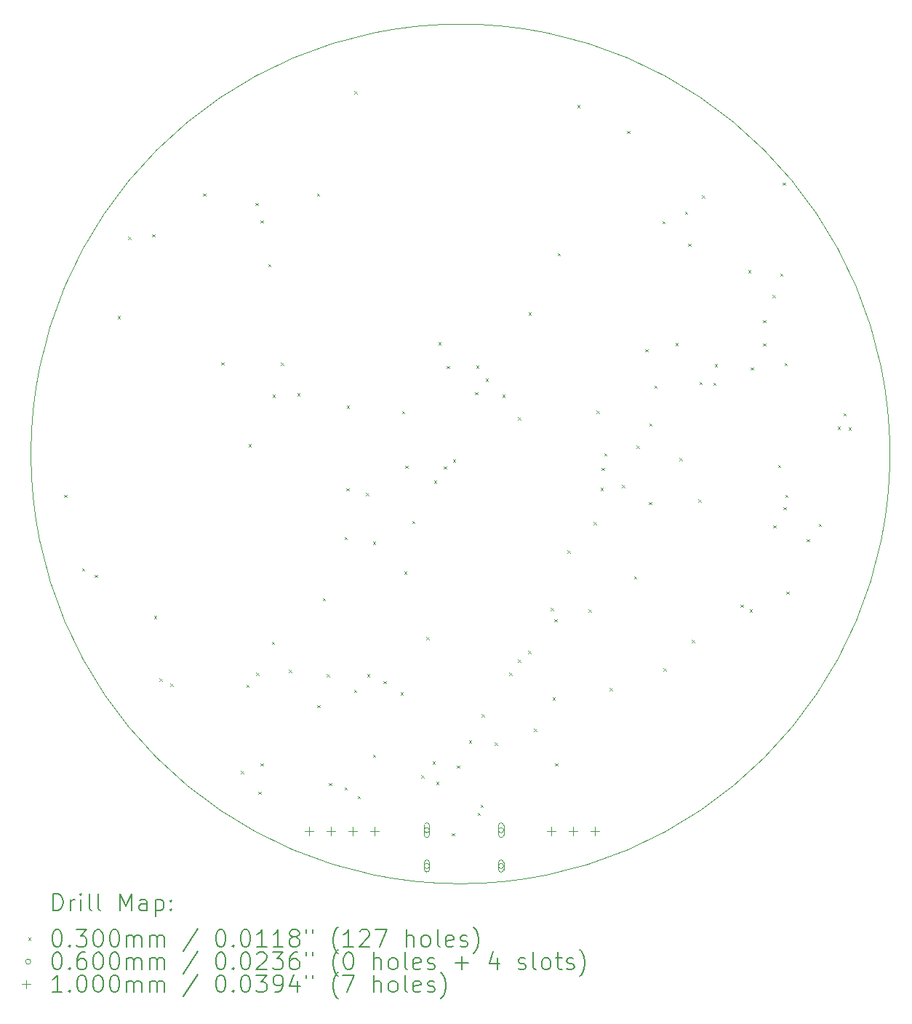
<source format=gbr>
%TF.GenerationSoftware,KiCad,Pcbnew,8.0.2*%
%TF.CreationDate,2025-04-19T12:26:09+02:00*%
%TF.ProjectId,WRadioLogo,57526164-696f-44c6-9f67-6f2e6b696361,rev?*%
%TF.SameCoordinates,Original*%
%TF.FileFunction,Drillmap*%
%TF.FilePolarity,Positive*%
%FSLAX45Y45*%
G04 Gerber Fmt 4.5, Leading zero omitted, Abs format (unit mm)*
G04 Created by KiCad (PCBNEW 8.0.2) date 2025-04-19 12:26:09*
%MOMM*%
%LPD*%
G01*
G04 APERTURE LIST*
%ADD10C,0.050000*%
%ADD11C,0.200000*%
%ADD12C,0.100000*%
G04 APERTURE END LIST*
D10*
X18563600Y-10002500D02*
G75*
G02*
X8563600Y-10002500I-5000000J0D01*
G01*
X8563600Y-10002500D02*
G75*
G02*
X18563600Y-10002500I5000000J0D01*
G01*
D11*
D12*
X8952130Y-10475200D02*
X8982130Y-10505200D01*
X8982130Y-10475200D02*
X8952130Y-10505200D01*
X9156760Y-11330260D02*
X9186760Y-11360260D01*
X9186760Y-11330260D02*
X9156760Y-11360260D01*
X9304370Y-11406780D02*
X9334370Y-11436780D01*
X9334370Y-11406780D02*
X9304370Y-11436780D01*
X9573600Y-8398740D02*
X9603600Y-8428740D01*
X9603600Y-8398740D02*
X9573600Y-8428740D01*
X9695000Y-7475000D02*
X9725000Y-7505000D01*
X9725000Y-7475000D02*
X9695000Y-7505000D01*
X9975000Y-7445000D02*
X10005000Y-7475000D01*
X10005000Y-7445000D02*
X9975000Y-7475000D01*
X9996395Y-11888695D02*
X10026395Y-11918695D01*
X10026395Y-11888695D02*
X9996395Y-11918695D01*
X10057710Y-12615950D02*
X10087710Y-12645950D01*
X10087710Y-12615950D02*
X10057710Y-12645950D01*
X10186280Y-12675480D02*
X10216280Y-12705480D01*
X10216280Y-12675480D02*
X10186280Y-12705480D01*
X10567030Y-6971980D02*
X10597030Y-7001980D01*
X10597030Y-6971980D02*
X10567030Y-7001980D01*
X10779160Y-8937310D02*
X10809160Y-8967310D01*
X10809160Y-8937310D02*
X10779160Y-8967310D01*
X11008600Y-13688300D02*
X11038600Y-13718300D01*
X11038600Y-13688300D02*
X11008600Y-13718300D01*
X11072030Y-12685250D02*
X11102030Y-12715250D01*
X11102030Y-12685250D02*
X11072030Y-12715250D01*
X11095090Y-9887560D02*
X11125090Y-9917560D01*
X11125090Y-9887560D02*
X11095090Y-9917560D01*
X11174840Y-7082600D02*
X11204840Y-7112600D01*
X11204840Y-7082600D02*
X11174840Y-7112600D01*
X11185000Y-12545000D02*
X11215000Y-12575000D01*
X11215000Y-12545000D02*
X11185000Y-12575000D01*
X11211800Y-13929600D02*
X11241800Y-13959600D01*
X11241800Y-13929600D02*
X11211800Y-13959600D01*
X11236140Y-7283410D02*
X11266140Y-7313410D01*
X11266140Y-7283410D02*
X11236140Y-7313410D01*
X11237200Y-13599400D02*
X11267200Y-13629400D01*
X11267200Y-13599400D02*
X11237200Y-13629400D01*
X11326110Y-7791770D02*
X11356110Y-7821770D01*
X11356110Y-7791770D02*
X11326110Y-7821770D01*
X11367460Y-12186030D02*
X11397460Y-12216030D01*
X11397460Y-12186030D02*
X11367460Y-12216030D01*
X11375000Y-9315000D02*
X11405000Y-9345000D01*
X11405000Y-9315000D02*
X11375000Y-9345000D01*
X11472430Y-8941090D02*
X11502430Y-8971090D01*
X11502430Y-8941090D02*
X11472430Y-8971090D01*
X11565000Y-12515000D02*
X11595000Y-12545000D01*
X11595000Y-12515000D02*
X11565000Y-12545000D01*
X11665000Y-9295000D02*
X11695000Y-9325000D01*
X11695000Y-9295000D02*
X11665000Y-9325000D01*
X11892300Y-6971980D02*
X11922300Y-7001980D01*
X11922300Y-6971980D02*
X11892300Y-7001980D01*
X11897600Y-12923770D02*
X11927600Y-12953770D01*
X11927600Y-12923770D02*
X11897600Y-12953770D01*
X11960970Y-11680410D02*
X11990970Y-11710410D01*
X11990970Y-11680410D02*
X11960970Y-11710410D01*
X12005000Y-12565000D02*
X12035000Y-12595000D01*
X12035000Y-12565000D02*
X12005000Y-12595000D01*
X12030050Y-13827900D02*
X12060050Y-13857900D01*
X12060050Y-13827900D02*
X12030050Y-13857900D01*
X12215100Y-13878800D02*
X12245100Y-13908800D01*
X12245100Y-13878800D02*
X12215100Y-13908800D01*
X12215230Y-10968310D02*
X12245230Y-10998310D01*
X12245230Y-10968310D02*
X12215230Y-10998310D01*
X12234540Y-10402480D02*
X12264540Y-10432480D01*
X12264540Y-10402480D02*
X12234540Y-10432480D01*
X12240600Y-9441370D02*
X12270600Y-9471370D01*
X12270600Y-9441370D02*
X12240600Y-9471370D01*
X12325900Y-12745420D02*
X12355900Y-12775420D01*
X12355900Y-12745420D02*
X12325900Y-12775420D01*
X12329400Y-5783980D02*
X12359400Y-5813980D01*
X12359400Y-5783980D02*
X12329400Y-5813980D01*
X12367500Y-13980400D02*
X12397500Y-14010400D01*
X12397500Y-13980400D02*
X12367500Y-14010400D01*
X12463640Y-10456650D02*
X12493640Y-10486650D01*
X12493640Y-10456650D02*
X12463640Y-10486650D01*
X12475000Y-12565000D02*
X12505000Y-12595000D01*
X12505000Y-12565000D02*
X12475000Y-12595000D01*
X12545300Y-13497800D02*
X12575300Y-13527800D01*
X12575300Y-13497800D02*
X12545300Y-13527800D01*
X12545890Y-11021040D02*
X12575890Y-11051040D01*
X12575890Y-11021040D02*
X12545890Y-11051040D01*
X12665000Y-12645000D02*
X12695000Y-12675000D01*
X12695000Y-12645000D02*
X12665000Y-12675000D01*
X12865000Y-12775000D02*
X12895000Y-12805000D01*
X12895000Y-12775000D02*
X12865000Y-12805000D01*
X12884550Y-9501540D02*
X12914550Y-9531540D01*
X12914550Y-9501540D02*
X12884550Y-9531540D01*
X12908230Y-11368220D02*
X12938230Y-11398220D01*
X12938230Y-11368220D02*
X12908230Y-11398220D01*
X12920990Y-10139400D02*
X12950990Y-10169400D01*
X12950990Y-10139400D02*
X12920990Y-10169400D01*
X13003070Y-10779920D02*
X13033070Y-10809920D01*
X13033070Y-10779920D02*
X13003070Y-10809920D01*
X13106640Y-13739930D02*
X13136640Y-13769930D01*
X13136640Y-13739930D02*
X13106640Y-13769930D01*
X13164860Y-12130730D02*
X13194860Y-12160730D01*
X13194860Y-12130730D02*
X13164860Y-12160730D01*
X13237450Y-13580350D02*
X13267450Y-13610350D01*
X13267450Y-13580350D02*
X13237450Y-13610350D01*
X13256500Y-10310100D02*
X13286500Y-10340100D01*
X13286500Y-10310100D02*
X13256500Y-10340100D01*
X13281900Y-13815300D02*
X13311900Y-13845300D01*
X13311900Y-13815300D02*
X13281900Y-13845300D01*
X13305000Y-8705000D02*
X13335000Y-8735000D01*
X13335000Y-8705000D02*
X13305000Y-8735000D01*
X13370800Y-10145000D02*
X13400800Y-10175000D01*
X13400800Y-10145000D02*
X13370800Y-10175000D01*
X13403450Y-8977060D02*
X13433450Y-9007060D01*
X13433450Y-8977060D02*
X13403450Y-9007060D01*
X13464500Y-14414220D02*
X13494500Y-14444220D01*
X13494500Y-14414220D02*
X13464500Y-14444220D01*
X13475000Y-10065000D02*
X13505000Y-10095000D01*
X13505000Y-10065000D02*
X13475000Y-10095000D01*
X13523200Y-13624800D02*
X13553200Y-13654800D01*
X13553200Y-13624800D02*
X13523200Y-13654800D01*
X13662900Y-13332700D02*
X13692900Y-13362700D01*
X13692900Y-13332700D02*
X13662900Y-13362700D01*
X13735000Y-9285000D02*
X13765000Y-9315000D01*
X13765000Y-9285000D02*
X13735000Y-9315000D01*
X13748080Y-8975390D02*
X13778080Y-9005390D01*
X13778080Y-8975390D02*
X13748080Y-9005390D01*
X13764500Y-14178580D02*
X13794500Y-14208580D01*
X13794500Y-14178580D02*
X13764500Y-14208580D01*
X13795600Y-14082000D02*
X13825600Y-14112000D01*
X13825600Y-14082000D02*
X13795600Y-14112000D01*
X13811600Y-13029120D02*
X13841600Y-13059120D01*
X13841600Y-13029120D02*
X13811600Y-13059120D01*
X13855000Y-9125000D02*
X13885000Y-9155000D01*
X13885000Y-9125000D02*
X13855000Y-9155000D01*
X13963706Y-13358047D02*
X13993706Y-13388047D01*
X13993706Y-13358047D02*
X13963706Y-13388047D01*
X14050700Y-9310730D02*
X14080700Y-9340730D01*
X14080700Y-9310730D02*
X14050700Y-9340730D01*
X14132670Y-12545000D02*
X14162670Y-12575000D01*
X14162670Y-12545000D02*
X14132670Y-12575000D01*
X14234400Y-9573500D02*
X14264400Y-9603500D01*
X14264400Y-9573500D02*
X14234400Y-9603500D01*
X14235000Y-12395000D02*
X14265000Y-12425000D01*
X14265000Y-12395000D02*
X14235000Y-12425000D01*
X14350570Y-12294660D02*
X14380570Y-12324660D01*
X14380570Y-12294660D02*
X14350570Y-12324660D01*
X14355000Y-8355000D02*
X14385000Y-8385000D01*
X14385000Y-8355000D02*
X14355000Y-8385000D01*
X14417809Y-13198842D02*
X14447809Y-13228842D01*
X14447809Y-13198842D02*
X14417809Y-13228842D01*
X14612910Y-11793220D02*
X14642910Y-11823220D01*
X14642910Y-11793220D02*
X14612910Y-11823220D01*
X14635000Y-12835000D02*
X14665000Y-12865000D01*
X14665000Y-12835000D02*
X14635000Y-12865000D01*
X14655000Y-11925000D02*
X14685000Y-11955000D01*
X14685000Y-11925000D02*
X14655000Y-11955000D01*
X14666200Y-13599400D02*
X14696200Y-13629400D01*
X14696200Y-13599400D02*
X14666200Y-13629400D01*
X14695000Y-7665000D02*
X14725000Y-7695000D01*
X14725000Y-7665000D02*
X14695000Y-7695000D01*
X14807280Y-11126390D02*
X14837280Y-11156390D01*
X14837280Y-11126390D02*
X14807280Y-11156390D01*
X14925000Y-5945000D02*
X14955000Y-5975000D01*
X14955000Y-5945000D02*
X14925000Y-5975000D01*
X15052800Y-11808320D02*
X15082800Y-11838320D01*
X15082800Y-11808320D02*
X15052800Y-11838320D01*
X15113620Y-10796310D02*
X15143620Y-10826310D01*
X15143620Y-10796310D02*
X15113620Y-10826310D01*
X15148800Y-9497300D02*
X15178800Y-9527300D01*
X15178800Y-9497300D02*
X15148800Y-9527300D01*
X15195000Y-10395000D02*
X15225000Y-10425000D01*
X15225000Y-10395000D02*
X15195000Y-10425000D01*
X15205000Y-10165000D02*
X15235000Y-10195000D01*
X15235000Y-10165000D02*
X15205000Y-10195000D01*
X15235000Y-9995000D02*
X15265000Y-10025000D01*
X15265000Y-9995000D02*
X15235000Y-10025000D01*
X15301200Y-12723100D02*
X15331200Y-12753100D01*
X15331200Y-12723100D02*
X15301200Y-12753100D01*
X15444600Y-10360800D02*
X15474600Y-10390800D01*
X15474600Y-10360800D02*
X15444600Y-10390800D01*
X15505000Y-6245000D02*
X15535000Y-6275000D01*
X15535000Y-6245000D02*
X15505000Y-6275000D01*
X15585000Y-11425000D02*
X15615000Y-11455000D01*
X15615000Y-11425000D02*
X15585000Y-11455000D01*
X15615000Y-9905000D02*
X15645000Y-9935000D01*
X15645000Y-9905000D02*
X15615000Y-9935000D01*
X15715000Y-8785000D02*
X15745000Y-8815000D01*
X15745000Y-8785000D02*
X15715000Y-8815000D01*
X15758400Y-10562620D02*
X15788400Y-10592620D01*
X15788400Y-10562620D02*
X15758400Y-10592620D01*
X15760350Y-9645780D02*
X15790350Y-9675780D01*
X15790350Y-9645780D02*
X15760350Y-9675780D01*
X15819970Y-9205200D02*
X15849970Y-9235200D01*
X15849970Y-9205200D02*
X15819970Y-9235200D01*
X15915000Y-7295000D02*
X15945000Y-7325000D01*
X15945000Y-7295000D02*
X15915000Y-7325000D01*
X15925000Y-12495000D02*
X15955000Y-12525000D01*
X15955000Y-12495000D02*
X15925000Y-12525000D01*
X16066900Y-8713600D02*
X16096900Y-8743600D01*
X16096900Y-8713600D02*
X16066900Y-8743600D01*
X16114780Y-10049260D02*
X16144780Y-10079260D01*
X16144780Y-10049260D02*
X16114780Y-10079260D01*
X16175000Y-7185000D02*
X16205000Y-7215000D01*
X16205000Y-7185000D02*
X16175000Y-7215000D01*
X16215600Y-7554200D02*
X16245600Y-7584200D01*
X16245600Y-7554200D02*
X16215600Y-7584200D01*
X16255000Y-12165000D02*
X16285000Y-12195000D01*
X16285000Y-12165000D02*
X16255000Y-12195000D01*
X16334720Y-10530640D02*
X16364720Y-10560640D01*
X16364720Y-10530640D02*
X16334720Y-10560640D01*
X16345000Y-9165000D02*
X16375000Y-9195000D01*
X16375000Y-9165000D02*
X16345000Y-9195000D01*
X16375000Y-6995000D02*
X16405000Y-7025000D01*
X16405000Y-6995000D02*
X16375000Y-7025000D01*
X16505000Y-9175000D02*
X16535000Y-9205000D01*
X16535000Y-9175000D02*
X16505000Y-9205000D01*
X16525000Y-8955000D02*
X16555000Y-8985000D01*
X16555000Y-8955000D02*
X16525000Y-8985000D01*
X16825000Y-11755000D02*
X16855000Y-11785000D01*
X16855000Y-11755000D02*
X16825000Y-11785000D01*
X16915000Y-7865000D02*
X16945000Y-7895000D01*
X16945000Y-7865000D02*
X16915000Y-7895000D01*
X16928930Y-11808830D02*
X16958930Y-11838830D01*
X16958930Y-11808830D02*
X16928930Y-11838830D01*
X16945000Y-8995000D02*
X16975000Y-9025000D01*
X16975000Y-8995000D02*
X16945000Y-9025000D01*
X17085000Y-8445000D02*
X17115000Y-8475000D01*
X17115000Y-8445000D02*
X17085000Y-8475000D01*
X17085000Y-8715000D02*
X17115000Y-8745000D01*
X17115000Y-8715000D02*
X17085000Y-8745000D01*
X17195000Y-8155000D02*
X17225000Y-8185000D01*
X17225000Y-8155000D02*
X17195000Y-8185000D01*
X17206200Y-10830800D02*
X17236200Y-10860800D01*
X17236200Y-10830800D02*
X17206200Y-10860800D01*
X17261714Y-10131633D02*
X17291714Y-10161633D01*
X17291714Y-10131633D02*
X17261714Y-10161633D01*
X17285000Y-7905000D02*
X17315000Y-7935000D01*
X17315000Y-7905000D02*
X17285000Y-7935000D01*
X17315000Y-6844792D02*
X17345000Y-6874792D01*
X17345000Y-6844792D02*
X17315000Y-6874792D01*
X17322382Y-10620659D02*
X17352382Y-10650659D01*
X17352382Y-10620659D02*
X17322382Y-10650659D01*
X17336200Y-8945290D02*
X17366200Y-8975290D01*
X17366200Y-8945290D02*
X17336200Y-8975290D01*
X17343340Y-10478640D02*
X17373340Y-10508640D01*
X17373340Y-10478640D02*
X17343340Y-10508640D01*
X17356890Y-11603450D02*
X17386890Y-11633450D01*
X17386890Y-11603450D02*
X17356890Y-11633450D01*
X17595000Y-10995000D02*
X17625000Y-11025000D01*
X17625000Y-10995000D02*
X17595000Y-11025000D01*
X17735000Y-10815000D02*
X17765000Y-10845000D01*
X17765000Y-10815000D02*
X17735000Y-10845000D01*
X17954095Y-9686395D02*
X17984095Y-9716395D01*
X17984095Y-9686395D02*
X17954095Y-9716395D01*
X18021448Y-9530043D02*
X18051448Y-9560043D01*
X18051448Y-9530043D02*
X18021448Y-9560043D01*
X18083460Y-9694380D02*
X18113460Y-9724380D01*
X18113460Y-9694380D02*
X18083460Y-9724380D01*
X13202000Y-14379650D02*
G75*
G02*
X13142000Y-14379650I-30000J0D01*
G01*
X13142000Y-14379650D02*
G75*
G02*
X13202000Y-14379650I30000J0D01*
G01*
X13142000Y-14324650D02*
X13142000Y-14434650D01*
X13202000Y-14434650D02*
G75*
G02*
X13142000Y-14434650I-30000J0D01*
G01*
X13202000Y-14434650D02*
X13202000Y-14324650D01*
X13202000Y-14324650D02*
G75*
G03*
X13142000Y-14324650I-30000J0D01*
G01*
X13202000Y-14796650D02*
G75*
G02*
X13142000Y-14796650I-30000J0D01*
G01*
X13142000Y-14796650D02*
G75*
G02*
X13202000Y-14796650I30000J0D01*
G01*
X13142000Y-14756650D02*
X13142000Y-14836650D01*
X13202000Y-14836650D02*
G75*
G02*
X13142000Y-14836650I-30000J0D01*
G01*
X13202000Y-14836650D02*
X13202000Y-14756650D01*
X13202000Y-14756650D02*
G75*
G03*
X13142000Y-14756650I-30000J0D01*
G01*
X14067000Y-14379650D02*
G75*
G02*
X14007000Y-14379650I-30000J0D01*
G01*
X14007000Y-14379650D02*
G75*
G02*
X14067000Y-14379650I30000J0D01*
G01*
X14007000Y-14324650D02*
X14007000Y-14434650D01*
X14067000Y-14434650D02*
G75*
G02*
X14007000Y-14434650I-30000J0D01*
G01*
X14067000Y-14434650D02*
X14067000Y-14324650D01*
X14067000Y-14324650D02*
G75*
G03*
X14007000Y-14324650I-30000J0D01*
G01*
X14067000Y-14796650D02*
G75*
G02*
X14007000Y-14796650I-30000J0D01*
G01*
X14007000Y-14796650D02*
G75*
G02*
X14067000Y-14796650I30000J0D01*
G01*
X14007000Y-14756650D02*
X14007000Y-14836650D01*
X14067000Y-14836650D02*
G75*
G02*
X14007000Y-14836650I-30000J0D01*
G01*
X14067000Y-14836650D02*
X14067000Y-14756650D01*
X14067000Y-14756650D02*
G75*
G03*
X14007000Y-14756650I-30000J0D01*
G01*
X11799300Y-14339100D02*
X11799300Y-14439100D01*
X11749300Y-14389100D02*
X11849300Y-14389100D01*
X12053300Y-14339100D02*
X12053300Y-14439100D01*
X12003300Y-14389100D02*
X12103300Y-14389100D01*
X12307300Y-14339100D02*
X12307300Y-14439100D01*
X12257300Y-14389100D02*
X12357300Y-14389100D01*
X12561300Y-14339100D02*
X12561300Y-14439100D01*
X12511300Y-14389100D02*
X12611300Y-14389100D01*
X14617700Y-14339100D02*
X14617700Y-14439100D01*
X14567700Y-14389100D02*
X14667700Y-14389100D01*
X14871700Y-14339100D02*
X14871700Y-14439100D01*
X14821700Y-14389100D02*
X14921700Y-14389100D01*
X15125700Y-14339100D02*
X15125700Y-14439100D01*
X15075700Y-14389100D02*
X15175700Y-14389100D01*
D11*
X8821877Y-15316484D02*
X8821877Y-15116484D01*
X8821877Y-15116484D02*
X8869496Y-15116484D01*
X8869496Y-15116484D02*
X8898067Y-15126008D01*
X8898067Y-15126008D02*
X8917115Y-15145055D01*
X8917115Y-15145055D02*
X8926639Y-15164103D01*
X8926639Y-15164103D02*
X8936163Y-15202198D01*
X8936163Y-15202198D02*
X8936163Y-15230769D01*
X8936163Y-15230769D02*
X8926639Y-15268865D01*
X8926639Y-15268865D02*
X8917115Y-15287912D01*
X8917115Y-15287912D02*
X8898067Y-15306960D01*
X8898067Y-15306960D02*
X8869496Y-15316484D01*
X8869496Y-15316484D02*
X8821877Y-15316484D01*
X9021877Y-15316484D02*
X9021877Y-15183150D01*
X9021877Y-15221246D02*
X9031401Y-15202198D01*
X9031401Y-15202198D02*
X9040924Y-15192674D01*
X9040924Y-15192674D02*
X9059972Y-15183150D01*
X9059972Y-15183150D02*
X9079020Y-15183150D01*
X9145686Y-15316484D02*
X9145686Y-15183150D01*
X9145686Y-15116484D02*
X9136163Y-15126008D01*
X9136163Y-15126008D02*
X9145686Y-15135531D01*
X9145686Y-15135531D02*
X9155210Y-15126008D01*
X9155210Y-15126008D02*
X9145686Y-15116484D01*
X9145686Y-15116484D02*
X9145686Y-15135531D01*
X9269496Y-15316484D02*
X9250448Y-15306960D01*
X9250448Y-15306960D02*
X9240924Y-15287912D01*
X9240924Y-15287912D02*
X9240924Y-15116484D01*
X9374258Y-15316484D02*
X9355210Y-15306960D01*
X9355210Y-15306960D02*
X9345686Y-15287912D01*
X9345686Y-15287912D02*
X9345686Y-15116484D01*
X9602829Y-15316484D02*
X9602829Y-15116484D01*
X9602829Y-15116484D02*
X9669496Y-15259341D01*
X9669496Y-15259341D02*
X9736163Y-15116484D01*
X9736163Y-15116484D02*
X9736163Y-15316484D01*
X9917115Y-15316484D02*
X9917115Y-15211722D01*
X9917115Y-15211722D02*
X9907591Y-15192674D01*
X9907591Y-15192674D02*
X9888544Y-15183150D01*
X9888544Y-15183150D02*
X9850448Y-15183150D01*
X9850448Y-15183150D02*
X9831401Y-15192674D01*
X9917115Y-15306960D02*
X9898067Y-15316484D01*
X9898067Y-15316484D02*
X9850448Y-15316484D01*
X9850448Y-15316484D02*
X9831401Y-15306960D01*
X9831401Y-15306960D02*
X9821877Y-15287912D01*
X9821877Y-15287912D02*
X9821877Y-15268865D01*
X9821877Y-15268865D02*
X9831401Y-15249817D01*
X9831401Y-15249817D02*
X9850448Y-15240293D01*
X9850448Y-15240293D02*
X9898067Y-15240293D01*
X9898067Y-15240293D02*
X9917115Y-15230769D01*
X10012353Y-15183150D02*
X10012353Y-15383150D01*
X10012353Y-15192674D02*
X10031401Y-15183150D01*
X10031401Y-15183150D02*
X10069496Y-15183150D01*
X10069496Y-15183150D02*
X10088544Y-15192674D01*
X10088544Y-15192674D02*
X10098067Y-15202198D01*
X10098067Y-15202198D02*
X10107591Y-15221246D01*
X10107591Y-15221246D02*
X10107591Y-15278388D01*
X10107591Y-15278388D02*
X10098067Y-15297436D01*
X10098067Y-15297436D02*
X10088544Y-15306960D01*
X10088544Y-15306960D02*
X10069496Y-15316484D01*
X10069496Y-15316484D02*
X10031401Y-15316484D01*
X10031401Y-15316484D02*
X10012353Y-15306960D01*
X10193305Y-15297436D02*
X10202829Y-15306960D01*
X10202829Y-15306960D02*
X10193305Y-15316484D01*
X10193305Y-15316484D02*
X10183782Y-15306960D01*
X10183782Y-15306960D02*
X10193305Y-15297436D01*
X10193305Y-15297436D02*
X10193305Y-15316484D01*
X10193305Y-15192674D02*
X10202829Y-15202198D01*
X10202829Y-15202198D02*
X10193305Y-15211722D01*
X10193305Y-15211722D02*
X10183782Y-15202198D01*
X10183782Y-15202198D02*
X10193305Y-15192674D01*
X10193305Y-15192674D02*
X10193305Y-15211722D01*
D12*
X8531100Y-15630000D02*
X8561100Y-15660000D01*
X8561100Y-15630000D02*
X8531100Y-15660000D01*
D11*
X8859972Y-15536484D02*
X8879020Y-15536484D01*
X8879020Y-15536484D02*
X8898067Y-15546008D01*
X8898067Y-15546008D02*
X8907591Y-15555531D01*
X8907591Y-15555531D02*
X8917115Y-15574579D01*
X8917115Y-15574579D02*
X8926639Y-15612674D01*
X8926639Y-15612674D02*
X8926639Y-15660293D01*
X8926639Y-15660293D02*
X8917115Y-15698388D01*
X8917115Y-15698388D02*
X8907591Y-15717436D01*
X8907591Y-15717436D02*
X8898067Y-15726960D01*
X8898067Y-15726960D02*
X8879020Y-15736484D01*
X8879020Y-15736484D02*
X8859972Y-15736484D01*
X8859972Y-15736484D02*
X8840924Y-15726960D01*
X8840924Y-15726960D02*
X8831401Y-15717436D01*
X8831401Y-15717436D02*
X8821877Y-15698388D01*
X8821877Y-15698388D02*
X8812353Y-15660293D01*
X8812353Y-15660293D02*
X8812353Y-15612674D01*
X8812353Y-15612674D02*
X8821877Y-15574579D01*
X8821877Y-15574579D02*
X8831401Y-15555531D01*
X8831401Y-15555531D02*
X8840924Y-15546008D01*
X8840924Y-15546008D02*
X8859972Y-15536484D01*
X9012353Y-15717436D02*
X9021877Y-15726960D01*
X9021877Y-15726960D02*
X9012353Y-15736484D01*
X9012353Y-15736484D02*
X9002829Y-15726960D01*
X9002829Y-15726960D02*
X9012353Y-15717436D01*
X9012353Y-15717436D02*
X9012353Y-15736484D01*
X9088544Y-15536484D02*
X9212353Y-15536484D01*
X9212353Y-15536484D02*
X9145686Y-15612674D01*
X9145686Y-15612674D02*
X9174258Y-15612674D01*
X9174258Y-15612674D02*
X9193305Y-15622198D01*
X9193305Y-15622198D02*
X9202829Y-15631722D01*
X9202829Y-15631722D02*
X9212353Y-15650769D01*
X9212353Y-15650769D02*
X9212353Y-15698388D01*
X9212353Y-15698388D02*
X9202829Y-15717436D01*
X9202829Y-15717436D02*
X9193305Y-15726960D01*
X9193305Y-15726960D02*
X9174258Y-15736484D01*
X9174258Y-15736484D02*
X9117115Y-15736484D01*
X9117115Y-15736484D02*
X9098067Y-15726960D01*
X9098067Y-15726960D02*
X9088544Y-15717436D01*
X9336163Y-15536484D02*
X9355210Y-15536484D01*
X9355210Y-15536484D02*
X9374258Y-15546008D01*
X9374258Y-15546008D02*
X9383782Y-15555531D01*
X9383782Y-15555531D02*
X9393305Y-15574579D01*
X9393305Y-15574579D02*
X9402829Y-15612674D01*
X9402829Y-15612674D02*
X9402829Y-15660293D01*
X9402829Y-15660293D02*
X9393305Y-15698388D01*
X9393305Y-15698388D02*
X9383782Y-15717436D01*
X9383782Y-15717436D02*
X9374258Y-15726960D01*
X9374258Y-15726960D02*
X9355210Y-15736484D01*
X9355210Y-15736484D02*
X9336163Y-15736484D01*
X9336163Y-15736484D02*
X9317115Y-15726960D01*
X9317115Y-15726960D02*
X9307591Y-15717436D01*
X9307591Y-15717436D02*
X9298067Y-15698388D01*
X9298067Y-15698388D02*
X9288544Y-15660293D01*
X9288544Y-15660293D02*
X9288544Y-15612674D01*
X9288544Y-15612674D02*
X9298067Y-15574579D01*
X9298067Y-15574579D02*
X9307591Y-15555531D01*
X9307591Y-15555531D02*
X9317115Y-15546008D01*
X9317115Y-15546008D02*
X9336163Y-15536484D01*
X9526639Y-15536484D02*
X9545686Y-15536484D01*
X9545686Y-15536484D02*
X9564734Y-15546008D01*
X9564734Y-15546008D02*
X9574258Y-15555531D01*
X9574258Y-15555531D02*
X9583782Y-15574579D01*
X9583782Y-15574579D02*
X9593305Y-15612674D01*
X9593305Y-15612674D02*
X9593305Y-15660293D01*
X9593305Y-15660293D02*
X9583782Y-15698388D01*
X9583782Y-15698388D02*
X9574258Y-15717436D01*
X9574258Y-15717436D02*
X9564734Y-15726960D01*
X9564734Y-15726960D02*
X9545686Y-15736484D01*
X9545686Y-15736484D02*
X9526639Y-15736484D01*
X9526639Y-15736484D02*
X9507591Y-15726960D01*
X9507591Y-15726960D02*
X9498067Y-15717436D01*
X9498067Y-15717436D02*
X9488544Y-15698388D01*
X9488544Y-15698388D02*
X9479020Y-15660293D01*
X9479020Y-15660293D02*
X9479020Y-15612674D01*
X9479020Y-15612674D02*
X9488544Y-15574579D01*
X9488544Y-15574579D02*
X9498067Y-15555531D01*
X9498067Y-15555531D02*
X9507591Y-15546008D01*
X9507591Y-15546008D02*
X9526639Y-15536484D01*
X9679020Y-15736484D02*
X9679020Y-15603150D01*
X9679020Y-15622198D02*
X9688544Y-15612674D01*
X9688544Y-15612674D02*
X9707591Y-15603150D01*
X9707591Y-15603150D02*
X9736163Y-15603150D01*
X9736163Y-15603150D02*
X9755210Y-15612674D01*
X9755210Y-15612674D02*
X9764734Y-15631722D01*
X9764734Y-15631722D02*
X9764734Y-15736484D01*
X9764734Y-15631722D02*
X9774258Y-15612674D01*
X9774258Y-15612674D02*
X9793305Y-15603150D01*
X9793305Y-15603150D02*
X9821877Y-15603150D01*
X9821877Y-15603150D02*
X9840925Y-15612674D01*
X9840925Y-15612674D02*
X9850448Y-15631722D01*
X9850448Y-15631722D02*
X9850448Y-15736484D01*
X9945686Y-15736484D02*
X9945686Y-15603150D01*
X9945686Y-15622198D02*
X9955210Y-15612674D01*
X9955210Y-15612674D02*
X9974258Y-15603150D01*
X9974258Y-15603150D02*
X10002829Y-15603150D01*
X10002829Y-15603150D02*
X10021877Y-15612674D01*
X10021877Y-15612674D02*
X10031401Y-15631722D01*
X10031401Y-15631722D02*
X10031401Y-15736484D01*
X10031401Y-15631722D02*
X10040925Y-15612674D01*
X10040925Y-15612674D02*
X10059972Y-15603150D01*
X10059972Y-15603150D02*
X10088544Y-15603150D01*
X10088544Y-15603150D02*
X10107591Y-15612674D01*
X10107591Y-15612674D02*
X10117115Y-15631722D01*
X10117115Y-15631722D02*
X10117115Y-15736484D01*
X10507591Y-15526960D02*
X10336163Y-15784103D01*
X10764734Y-15536484D02*
X10783782Y-15536484D01*
X10783782Y-15536484D02*
X10802829Y-15546008D01*
X10802829Y-15546008D02*
X10812353Y-15555531D01*
X10812353Y-15555531D02*
X10821877Y-15574579D01*
X10821877Y-15574579D02*
X10831401Y-15612674D01*
X10831401Y-15612674D02*
X10831401Y-15660293D01*
X10831401Y-15660293D02*
X10821877Y-15698388D01*
X10821877Y-15698388D02*
X10812353Y-15717436D01*
X10812353Y-15717436D02*
X10802829Y-15726960D01*
X10802829Y-15726960D02*
X10783782Y-15736484D01*
X10783782Y-15736484D02*
X10764734Y-15736484D01*
X10764734Y-15736484D02*
X10745687Y-15726960D01*
X10745687Y-15726960D02*
X10736163Y-15717436D01*
X10736163Y-15717436D02*
X10726639Y-15698388D01*
X10726639Y-15698388D02*
X10717115Y-15660293D01*
X10717115Y-15660293D02*
X10717115Y-15612674D01*
X10717115Y-15612674D02*
X10726639Y-15574579D01*
X10726639Y-15574579D02*
X10736163Y-15555531D01*
X10736163Y-15555531D02*
X10745687Y-15546008D01*
X10745687Y-15546008D02*
X10764734Y-15536484D01*
X10917115Y-15717436D02*
X10926639Y-15726960D01*
X10926639Y-15726960D02*
X10917115Y-15736484D01*
X10917115Y-15736484D02*
X10907591Y-15726960D01*
X10907591Y-15726960D02*
X10917115Y-15717436D01*
X10917115Y-15717436D02*
X10917115Y-15736484D01*
X11050448Y-15536484D02*
X11069496Y-15536484D01*
X11069496Y-15536484D02*
X11088544Y-15546008D01*
X11088544Y-15546008D02*
X11098068Y-15555531D01*
X11098068Y-15555531D02*
X11107591Y-15574579D01*
X11107591Y-15574579D02*
X11117115Y-15612674D01*
X11117115Y-15612674D02*
X11117115Y-15660293D01*
X11117115Y-15660293D02*
X11107591Y-15698388D01*
X11107591Y-15698388D02*
X11098068Y-15717436D01*
X11098068Y-15717436D02*
X11088544Y-15726960D01*
X11088544Y-15726960D02*
X11069496Y-15736484D01*
X11069496Y-15736484D02*
X11050448Y-15736484D01*
X11050448Y-15736484D02*
X11031401Y-15726960D01*
X11031401Y-15726960D02*
X11021877Y-15717436D01*
X11021877Y-15717436D02*
X11012353Y-15698388D01*
X11012353Y-15698388D02*
X11002829Y-15660293D01*
X11002829Y-15660293D02*
X11002829Y-15612674D01*
X11002829Y-15612674D02*
X11012353Y-15574579D01*
X11012353Y-15574579D02*
X11021877Y-15555531D01*
X11021877Y-15555531D02*
X11031401Y-15546008D01*
X11031401Y-15546008D02*
X11050448Y-15536484D01*
X11307591Y-15736484D02*
X11193306Y-15736484D01*
X11250448Y-15736484D02*
X11250448Y-15536484D01*
X11250448Y-15536484D02*
X11231401Y-15565055D01*
X11231401Y-15565055D02*
X11212353Y-15584103D01*
X11212353Y-15584103D02*
X11193306Y-15593627D01*
X11498067Y-15736484D02*
X11383782Y-15736484D01*
X11440925Y-15736484D02*
X11440925Y-15536484D01*
X11440925Y-15536484D02*
X11421877Y-15565055D01*
X11421877Y-15565055D02*
X11402829Y-15584103D01*
X11402829Y-15584103D02*
X11383782Y-15593627D01*
X11612353Y-15622198D02*
X11593306Y-15612674D01*
X11593306Y-15612674D02*
X11583782Y-15603150D01*
X11583782Y-15603150D02*
X11574258Y-15584103D01*
X11574258Y-15584103D02*
X11574258Y-15574579D01*
X11574258Y-15574579D02*
X11583782Y-15555531D01*
X11583782Y-15555531D02*
X11593306Y-15546008D01*
X11593306Y-15546008D02*
X11612353Y-15536484D01*
X11612353Y-15536484D02*
X11650448Y-15536484D01*
X11650448Y-15536484D02*
X11669496Y-15546008D01*
X11669496Y-15546008D02*
X11679020Y-15555531D01*
X11679020Y-15555531D02*
X11688544Y-15574579D01*
X11688544Y-15574579D02*
X11688544Y-15584103D01*
X11688544Y-15584103D02*
X11679020Y-15603150D01*
X11679020Y-15603150D02*
X11669496Y-15612674D01*
X11669496Y-15612674D02*
X11650448Y-15622198D01*
X11650448Y-15622198D02*
X11612353Y-15622198D01*
X11612353Y-15622198D02*
X11593306Y-15631722D01*
X11593306Y-15631722D02*
X11583782Y-15641246D01*
X11583782Y-15641246D02*
X11574258Y-15660293D01*
X11574258Y-15660293D02*
X11574258Y-15698388D01*
X11574258Y-15698388D02*
X11583782Y-15717436D01*
X11583782Y-15717436D02*
X11593306Y-15726960D01*
X11593306Y-15726960D02*
X11612353Y-15736484D01*
X11612353Y-15736484D02*
X11650448Y-15736484D01*
X11650448Y-15736484D02*
X11669496Y-15726960D01*
X11669496Y-15726960D02*
X11679020Y-15717436D01*
X11679020Y-15717436D02*
X11688544Y-15698388D01*
X11688544Y-15698388D02*
X11688544Y-15660293D01*
X11688544Y-15660293D02*
X11679020Y-15641246D01*
X11679020Y-15641246D02*
X11669496Y-15631722D01*
X11669496Y-15631722D02*
X11650448Y-15622198D01*
X11764734Y-15536484D02*
X11764734Y-15574579D01*
X11840925Y-15536484D02*
X11840925Y-15574579D01*
X12136163Y-15812674D02*
X12126639Y-15803150D01*
X12126639Y-15803150D02*
X12107591Y-15774579D01*
X12107591Y-15774579D02*
X12098068Y-15755531D01*
X12098068Y-15755531D02*
X12088544Y-15726960D01*
X12088544Y-15726960D02*
X12079020Y-15679341D01*
X12079020Y-15679341D02*
X12079020Y-15641246D01*
X12079020Y-15641246D02*
X12088544Y-15593627D01*
X12088544Y-15593627D02*
X12098068Y-15565055D01*
X12098068Y-15565055D02*
X12107591Y-15546008D01*
X12107591Y-15546008D02*
X12126639Y-15517436D01*
X12126639Y-15517436D02*
X12136163Y-15507912D01*
X12317115Y-15736484D02*
X12202829Y-15736484D01*
X12259972Y-15736484D02*
X12259972Y-15536484D01*
X12259972Y-15536484D02*
X12240925Y-15565055D01*
X12240925Y-15565055D02*
X12221877Y-15584103D01*
X12221877Y-15584103D02*
X12202829Y-15593627D01*
X12393306Y-15555531D02*
X12402829Y-15546008D01*
X12402829Y-15546008D02*
X12421877Y-15536484D01*
X12421877Y-15536484D02*
X12469496Y-15536484D01*
X12469496Y-15536484D02*
X12488544Y-15546008D01*
X12488544Y-15546008D02*
X12498068Y-15555531D01*
X12498068Y-15555531D02*
X12507591Y-15574579D01*
X12507591Y-15574579D02*
X12507591Y-15593627D01*
X12507591Y-15593627D02*
X12498068Y-15622198D01*
X12498068Y-15622198D02*
X12383782Y-15736484D01*
X12383782Y-15736484D02*
X12507591Y-15736484D01*
X12574258Y-15536484D02*
X12707591Y-15536484D01*
X12707591Y-15536484D02*
X12621877Y-15736484D01*
X12936163Y-15736484D02*
X12936163Y-15536484D01*
X13021877Y-15736484D02*
X13021877Y-15631722D01*
X13021877Y-15631722D02*
X13012353Y-15612674D01*
X13012353Y-15612674D02*
X12993306Y-15603150D01*
X12993306Y-15603150D02*
X12964734Y-15603150D01*
X12964734Y-15603150D02*
X12945687Y-15612674D01*
X12945687Y-15612674D02*
X12936163Y-15622198D01*
X13145687Y-15736484D02*
X13126639Y-15726960D01*
X13126639Y-15726960D02*
X13117115Y-15717436D01*
X13117115Y-15717436D02*
X13107591Y-15698388D01*
X13107591Y-15698388D02*
X13107591Y-15641246D01*
X13107591Y-15641246D02*
X13117115Y-15622198D01*
X13117115Y-15622198D02*
X13126639Y-15612674D01*
X13126639Y-15612674D02*
X13145687Y-15603150D01*
X13145687Y-15603150D02*
X13174258Y-15603150D01*
X13174258Y-15603150D02*
X13193306Y-15612674D01*
X13193306Y-15612674D02*
X13202830Y-15622198D01*
X13202830Y-15622198D02*
X13212353Y-15641246D01*
X13212353Y-15641246D02*
X13212353Y-15698388D01*
X13212353Y-15698388D02*
X13202830Y-15717436D01*
X13202830Y-15717436D02*
X13193306Y-15726960D01*
X13193306Y-15726960D02*
X13174258Y-15736484D01*
X13174258Y-15736484D02*
X13145687Y-15736484D01*
X13326639Y-15736484D02*
X13307591Y-15726960D01*
X13307591Y-15726960D02*
X13298068Y-15707912D01*
X13298068Y-15707912D02*
X13298068Y-15536484D01*
X13479020Y-15726960D02*
X13459972Y-15736484D01*
X13459972Y-15736484D02*
X13421877Y-15736484D01*
X13421877Y-15736484D02*
X13402830Y-15726960D01*
X13402830Y-15726960D02*
X13393306Y-15707912D01*
X13393306Y-15707912D02*
X13393306Y-15631722D01*
X13393306Y-15631722D02*
X13402830Y-15612674D01*
X13402830Y-15612674D02*
X13421877Y-15603150D01*
X13421877Y-15603150D02*
X13459972Y-15603150D01*
X13459972Y-15603150D02*
X13479020Y-15612674D01*
X13479020Y-15612674D02*
X13488544Y-15631722D01*
X13488544Y-15631722D02*
X13488544Y-15650769D01*
X13488544Y-15650769D02*
X13393306Y-15669817D01*
X13564734Y-15726960D02*
X13583782Y-15736484D01*
X13583782Y-15736484D02*
X13621877Y-15736484D01*
X13621877Y-15736484D02*
X13640925Y-15726960D01*
X13640925Y-15726960D02*
X13650449Y-15707912D01*
X13650449Y-15707912D02*
X13650449Y-15698388D01*
X13650449Y-15698388D02*
X13640925Y-15679341D01*
X13640925Y-15679341D02*
X13621877Y-15669817D01*
X13621877Y-15669817D02*
X13593306Y-15669817D01*
X13593306Y-15669817D02*
X13574258Y-15660293D01*
X13574258Y-15660293D02*
X13564734Y-15641246D01*
X13564734Y-15641246D02*
X13564734Y-15631722D01*
X13564734Y-15631722D02*
X13574258Y-15612674D01*
X13574258Y-15612674D02*
X13593306Y-15603150D01*
X13593306Y-15603150D02*
X13621877Y-15603150D01*
X13621877Y-15603150D02*
X13640925Y-15612674D01*
X13717115Y-15812674D02*
X13726639Y-15803150D01*
X13726639Y-15803150D02*
X13745687Y-15774579D01*
X13745687Y-15774579D02*
X13755211Y-15755531D01*
X13755211Y-15755531D02*
X13764734Y-15726960D01*
X13764734Y-15726960D02*
X13774258Y-15679341D01*
X13774258Y-15679341D02*
X13774258Y-15641246D01*
X13774258Y-15641246D02*
X13764734Y-15593627D01*
X13764734Y-15593627D02*
X13755211Y-15565055D01*
X13755211Y-15565055D02*
X13745687Y-15546008D01*
X13745687Y-15546008D02*
X13726639Y-15517436D01*
X13726639Y-15517436D02*
X13717115Y-15507912D01*
D12*
X8561100Y-15909000D02*
G75*
G02*
X8501100Y-15909000I-30000J0D01*
G01*
X8501100Y-15909000D02*
G75*
G02*
X8561100Y-15909000I30000J0D01*
G01*
D11*
X8859972Y-15800484D02*
X8879020Y-15800484D01*
X8879020Y-15800484D02*
X8898067Y-15810008D01*
X8898067Y-15810008D02*
X8907591Y-15819531D01*
X8907591Y-15819531D02*
X8917115Y-15838579D01*
X8917115Y-15838579D02*
X8926639Y-15876674D01*
X8926639Y-15876674D02*
X8926639Y-15924293D01*
X8926639Y-15924293D02*
X8917115Y-15962388D01*
X8917115Y-15962388D02*
X8907591Y-15981436D01*
X8907591Y-15981436D02*
X8898067Y-15990960D01*
X8898067Y-15990960D02*
X8879020Y-16000484D01*
X8879020Y-16000484D02*
X8859972Y-16000484D01*
X8859972Y-16000484D02*
X8840924Y-15990960D01*
X8840924Y-15990960D02*
X8831401Y-15981436D01*
X8831401Y-15981436D02*
X8821877Y-15962388D01*
X8821877Y-15962388D02*
X8812353Y-15924293D01*
X8812353Y-15924293D02*
X8812353Y-15876674D01*
X8812353Y-15876674D02*
X8821877Y-15838579D01*
X8821877Y-15838579D02*
X8831401Y-15819531D01*
X8831401Y-15819531D02*
X8840924Y-15810008D01*
X8840924Y-15810008D02*
X8859972Y-15800484D01*
X9012353Y-15981436D02*
X9021877Y-15990960D01*
X9021877Y-15990960D02*
X9012353Y-16000484D01*
X9012353Y-16000484D02*
X9002829Y-15990960D01*
X9002829Y-15990960D02*
X9012353Y-15981436D01*
X9012353Y-15981436D02*
X9012353Y-16000484D01*
X9193305Y-15800484D02*
X9155210Y-15800484D01*
X9155210Y-15800484D02*
X9136163Y-15810008D01*
X9136163Y-15810008D02*
X9126639Y-15819531D01*
X9126639Y-15819531D02*
X9107591Y-15848103D01*
X9107591Y-15848103D02*
X9098067Y-15886198D01*
X9098067Y-15886198D02*
X9098067Y-15962388D01*
X9098067Y-15962388D02*
X9107591Y-15981436D01*
X9107591Y-15981436D02*
X9117115Y-15990960D01*
X9117115Y-15990960D02*
X9136163Y-16000484D01*
X9136163Y-16000484D02*
X9174258Y-16000484D01*
X9174258Y-16000484D02*
X9193305Y-15990960D01*
X9193305Y-15990960D02*
X9202829Y-15981436D01*
X9202829Y-15981436D02*
X9212353Y-15962388D01*
X9212353Y-15962388D02*
X9212353Y-15914769D01*
X9212353Y-15914769D02*
X9202829Y-15895722D01*
X9202829Y-15895722D02*
X9193305Y-15886198D01*
X9193305Y-15886198D02*
X9174258Y-15876674D01*
X9174258Y-15876674D02*
X9136163Y-15876674D01*
X9136163Y-15876674D02*
X9117115Y-15886198D01*
X9117115Y-15886198D02*
X9107591Y-15895722D01*
X9107591Y-15895722D02*
X9098067Y-15914769D01*
X9336163Y-15800484D02*
X9355210Y-15800484D01*
X9355210Y-15800484D02*
X9374258Y-15810008D01*
X9374258Y-15810008D02*
X9383782Y-15819531D01*
X9383782Y-15819531D02*
X9393305Y-15838579D01*
X9393305Y-15838579D02*
X9402829Y-15876674D01*
X9402829Y-15876674D02*
X9402829Y-15924293D01*
X9402829Y-15924293D02*
X9393305Y-15962388D01*
X9393305Y-15962388D02*
X9383782Y-15981436D01*
X9383782Y-15981436D02*
X9374258Y-15990960D01*
X9374258Y-15990960D02*
X9355210Y-16000484D01*
X9355210Y-16000484D02*
X9336163Y-16000484D01*
X9336163Y-16000484D02*
X9317115Y-15990960D01*
X9317115Y-15990960D02*
X9307591Y-15981436D01*
X9307591Y-15981436D02*
X9298067Y-15962388D01*
X9298067Y-15962388D02*
X9288544Y-15924293D01*
X9288544Y-15924293D02*
X9288544Y-15876674D01*
X9288544Y-15876674D02*
X9298067Y-15838579D01*
X9298067Y-15838579D02*
X9307591Y-15819531D01*
X9307591Y-15819531D02*
X9317115Y-15810008D01*
X9317115Y-15810008D02*
X9336163Y-15800484D01*
X9526639Y-15800484D02*
X9545686Y-15800484D01*
X9545686Y-15800484D02*
X9564734Y-15810008D01*
X9564734Y-15810008D02*
X9574258Y-15819531D01*
X9574258Y-15819531D02*
X9583782Y-15838579D01*
X9583782Y-15838579D02*
X9593305Y-15876674D01*
X9593305Y-15876674D02*
X9593305Y-15924293D01*
X9593305Y-15924293D02*
X9583782Y-15962388D01*
X9583782Y-15962388D02*
X9574258Y-15981436D01*
X9574258Y-15981436D02*
X9564734Y-15990960D01*
X9564734Y-15990960D02*
X9545686Y-16000484D01*
X9545686Y-16000484D02*
X9526639Y-16000484D01*
X9526639Y-16000484D02*
X9507591Y-15990960D01*
X9507591Y-15990960D02*
X9498067Y-15981436D01*
X9498067Y-15981436D02*
X9488544Y-15962388D01*
X9488544Y-15962388D02*
X9479020Y-15924293D01*
X9479020Y-15924293D02*
X9479020Y-15876674D01*
X9479020Y-15876674D02*
X9488544Y-15838579D01*
X9488544Y-15838579D02*
X9498067Y-15819531D01*
X9498067Y-15819531D02*
X9507591Y-15810008D01*
X9507591Y-15810008D02*
X9526639Y-15800484D01*
X9679020Y-16000484D02*
X9679020Y-15867150D01*
X9679020Y-15886198D02*
X9688544Y-15876674D01*
X9688544Y-15876674D02*
X9707591Y-15867150D01*
X9707591Y-15867150D02*
X9736163Y-15867150D01*
X9736163Y-15867150D02*
X9755210Y-15876674D01*
X9755210Y-15876674D02*
X9764734Y-15895722D01*
X9764734Y-15895722D02*
X9764734Y-16000484D01*
X9764734Y-15895722D02*
X9774258Y-15876674D01*
X9774258Y-15876674D02*
X9793305Y-15867150D01*
X9793305Y-15867150D02*
X9821877Y-15867150D01*
X9821877Y-15867150D02*
X9840925Y-15876674D01*
X9840925Y-15876674D02*
X9850448Y-15895722D01*
X9850448Y-15895722D02*
X9850448Y-16000484D01*
X9945686Y-16000484D02*
X9945686Y-15867150D01*
X9945686Y-15886198D02*
X9955210Y-15876674D01*
X9955210Y-15876674D02*
X9974258Y-15867150D01*
X9974258Y-15867150D02*
X10002829Y-15867150D01*
X10002829Y-15867150D02*
X10021877Y-15876674D01*
X10021877Y-15876674D02*
X10031401Y-15895722D01*
X10031401Y-15895722D02*
X10031401Y-16000484D01*
X10031401Y-15895722D02*
X10040925Y-15876674D01*
X10040925Y-15876674D02*
X10059972Y-15867150D01*
X10059972Y-15867150D02*
X10088544Y-15867150D01*
X10088544Y-15867150D02*
X10107591Y-15876674D01*
X10107591Y-15876674D02*
X10117115Y-15895722D01*
X10117115Y-15895722D02*
X10117115Y-16000484D01*
X10507591Y-15790960D02*
X10336163Y-16048103D01*
X10764734Y-15800484D02*
X10783782Y-15800484D01*
X10783782Y-15800484D02*
X10802829Y-15810008D01*
X10802829Y-15810008D02*
X10812353Y-15819531D01*
X10812353Y-15819531D02*
X10821877Y-15838579D01*
X10821877Y-15838579D02*
X10831401Y-15876674D01*
X10831401Y-15876674D02*
X10831401Y-15924293D01*
X10831401Y-15924293D02*
X10821877Y-15962388D01*
X10821877Y-15962388D02*
X10812353Y-15981436D01*
X10812353Y-15981436D02*
X10802829Y-15990960D01*
X10802829Y-15990960D02*
X10783782Y-16000484D01*
X10783782Y-16000484D02*
X10764734Y-16000484D01*
X10764734Y-16000484D02*
X10745687Y-15990960D01*
X10745687Y-15990960D02*
X10736163Y-15981436D01*
X10736163Y-15981436D02*
X10726639Y-15962388D01*
X10726639Y-15962388D02*
X10717115Y-15924293D01*
X10717115Y-15924293D02*
X10717115Y-15876674D01*
X10717115Y-15876674D02*
X10726639Y-15838579D01*
X10726639Y-15838579D02*
X10736163Y-15819531D01*
X10736163Y-15819531D02*
X10745687Y-15810008D01*
X10745687Y-15810008D02*
X10764734Y-15800484D01*
X10917115Y-15981436D02*
X10926639Y-15990960D01*
X10926639Y-15990960D02*
X10917115Y-16000484D01*
X10917115Y-16000484D02*
X10907591Y-15990960D01*
X10907591Y-15990960D02*
X10917115Y-15981436D01*
X10917115Y-15981436D02*
X10917115Y-16000484D01*
X11050448Y-15800484D02*
X11069496Y-15800484D01*
X11069496Y-15800484D02*
X11088544Y-15810008D01*
X11088544Y-15810008D02*
X11098068Y-15819531D01*
X11098068Y-15819531D02*
X11107591Y-15838579D01*
X11107591Y-15838579D02*
X11117115Y-15876674D01*
X11117115Y-15876674D02*
X11117115Y-15924293D01*
X11117115Y-15924293D02*
X11107591Y-15962388D01*
X11107591Y-15962388D02*
X11098068Y-15981436D01*
X11098068Y-15981436D02*
X11088544Y-15990960D01*
X11088544Y-15990960D02*
X11069496Y-16000484D01*
X11069496Y-16000484D02*
X11050448Y-16000484D01*
X11050448Y-16000484D02*
X11031401Y-15990960D01*
X11031401Y-15990960D02*
X11021877Y-15981436D01*
X11021877Y-15981436D02*
X11012353Y-15962388D01*
X11012353Y-15962388D02*
X11002829Y-15924293D01*
X11002829Y-15924293D02*
X11002829Y-15876674D01*
X11002829Y-15876674D02*
X11012353Y-15838579D01*
X11012353Y-15838579D02*
X11021877Y-15819531D01*
X11021877Y-15819531D02*
X11031401Y-15810008D01*
X11031401Y-15810008D02*
X11050448Y-15800484D01*
X11193306Y-15819531D02*
X11202829Y-15810008D01*
X11202829Y-15810008D02*
X11221877Y-15800484D01*
X11221877Y-15800484D02*
X11269496Y-15800484D01*
X11269496Y-15800484D02*
X11288544Y-15810008D01*
X11288544Y-15810008D02*
X11298067Y-15819531D01*
X11298067Y-15819531D02*
X11307591Y-15838579D01*
X11307591Y-15838579D02*
X11307591Y-15857627D01*
X11307591Y-15857627D02*
X11298067Y-15886198D01*
X11298067Y-15886198D02*
X11183782Y-16000484D01*
X11183782Y-16000484D02*
X11307591Y-16000484D01*
X11374258Y-15800484D02*
X11498067Y-15800484D01*
X11498067Y-15800484D02*
X11431401Y-15876674D01*
X11431401Y-15876674D02*
X11459972Y-15876674D01*
X11459972Y-15876674D02*
X11479020Y-15886198D01*
X11479020Y-15886198D02*
X11488544Y-15895722D01*
X11488544Y-15895722D02*
X11498067Y-15914769D01*
X11498067Y-15914769D02*
X11498067Y-15962388D01*
X11498067Y-15962388D02*
X11488544Y-15981436D01*
X11488544Y-15981436D02*
X11479020Y-15990960D01*
X11479020Y-15990960D02*
X11459972Y-16000484D01*
X11459972Y-16000484D02*
X11402829Y-16000484D01*
X11402829Y-16000484D02*
X11383782Y-15990960D01*
X11383782Y-15990960D02*
X11374258Y-15981436D01*
X11669496Y-15800484D02*
X11631401Y-15800484D01*
X11631401Y-15800484D02*
X11612353Y-15810008D01*
X11612353Y-15810008D02*
X11602829Y-15819531D01*
X11602829Y-15819531D02*
X11583782Y-15848103D01*
X11583782Y-15848103D02*
X11574258Y-15886198D01*
X11574258Y-15886198D02*
X11574258Y-15962388D01*
X11574258Y-15962388D02*
X11583782Y-15981436D01*
X11583782Y-15981436D02*
X11593306Y-15990960D01*
X11593306Y-15990960D02*
X11612353Y-16000484D01*
X11612353Y-16000484D02*
X11650448Y-16000484D01*
X11650448Y-16000484D02*
X11669496Y-15990960D01*
X11669496Y-15990960D02*
X11679020Y-15981436D01*
X11679020Y-15981436D02*
X11688544Y-15962388D01*
X11688544Y-15962388D02*
X11688544Y-15914769D01*
X11688544Y-15914769D02*
X11679020Y-15895722D01*
X11679020Y-15895722D02*
X11669496Y-15886198D01*
X11669496Y-15886198D02*
X11650448Y-15876674D01*
X11650448Y-15876674D02*
X11612353Y-15876674D01*
X11612353Y-15876674D02*
X11593306Y-15886198D01*
X11593306Y-15886198D02*
X11583782Y-15895722D01*
X11583782Y-15895722D02*
X11574258Y-15914769D01*
X11764734Y-15800484D02*
X11764734Y-15838579D01*
X11840925Y-15800484D02*
X11840925Y-15838579D01*
X12136163Y-16076674D02*
X12126639Y-16067150D01*
X12126639Y-16067150D02*
X12107591Y-16038579D01*
X12107591Y-16038579D02*
X12098068Y-16019531D01*
X12098068Y-16019531D02*
X12088544Y-15990960D01*
X12088544Y-15990960D02*
X12079020Y-15943341D01*
X12079020Y-15943341D02*
X12079020Y-15905246D01*
X12079020Y-15905246D02*
X12088544Y-15857627D01*
X12088544Y-15857627D02*
X12098068Y-15829055D01*
X12098068Y-15829055D02*
X12107591Y-15810008D01*
X12107591Y-15810008D02*
X12126639Y-15781436D01*
X12126639Y-15781436D02*
X12136163Y-15771912D01*
X12250448Y-15800484D02*
X12269496Y-15800484D01*
X12269496Y-15800484D02*
X12288544Y-15810008D01*
X12288544Y-15810008D02*
X12298068Y-15819531D01*
X12298068Y-15819531D02*
X12307591Y-15838579D01*
X12307591Y-15838579D02*
X12317115Y-15876674D01*
X12317115Y-15876674D02*
X12317115Y-15924293D01*
X12317115Y-15924293D02*
X12307591Y-15962388D01*
X12307591Y-15962388D02*
X12298068Y-15981436D01*
X12298068Y-15981436D02*
X12288544Y-15990960D01*
X12288544Y-15990960D02*
X12269496Y-16000484D01*
X12269496Y-16000484D02*
X12250448Y-16000484D01*
X12250448Y-16000484D02*
X12231401Y-15990960D01*
X12231401Y-15990960D02*
X12221877Y-15981436D01*
X12221877Y-15981436D02*
X12212353Y-15962388D01*
X12212353Y-15962388D02*
X12202829Y-15924293D01*
X12202829Y-15924293D02*
X12202829Y-15876674D01*
X12202829Y-15876674D02*
X12212353Y-15838579D01*
X12212353Y-15838579D02*
X12221877Y-15819531D01*
X12221877Y-15819531D02*
X12231401Y-15810008D01*
X12231401Y-15810008D02*
X12250448Y-15800484D01*
X12555210Y-16000484D02*
X12555210Y-15800484D01*
X12640925Y-16000484D02*
X12640925Y-15895722D01*
X12640925Y-15895722D02*
X12631401Y-15876674D01*
X12631401Y-15876674D02*
X12612353Y-15867150D01*
X12612353Y-15867150D02*
X12583782Y-15867150D01*
X12583782Y-15867150D02*
X12564734Y-15876674D01*
X12564734Y-15876674D02*
X12555210Y-15886198D01*
X12764734Y-16000484D02*
X12745687Y-15990960D01*
X12745687Y-15990960D02*
X12736163Y-15981436D01*
X12736163Y-15981436D02*
X12726639Y-15962388D01*
X12726639Y-15962388D02*
X12726639Y-15905246D01*
X12726639Y-15905246D02*
X12736163Y-15886198D01*
X12736163Y-15886198D02*
X12745687Y-15876674D01*
X12745687Y-15876674D02*
X12764734Y-15867150D01*
X12764734Y-15867150D02*
X12793306Y-15867150D01*
X12793306Y-15867150D02*
X12812353Y-15876674D01*
X12812353Y-15876674D02*
X12821877Y-15886198D01*
X12821877Y-15886198D02*
X12831401Y-15905246D01*
X12831401Y-15905246D02*
X12831401Y-15962388D01*
X12831401Y-15962388D02*
X12821877Y-15981436D01*
X12821877Y-15981436D02*
X12812353Y-15990960D01*
X12812353Y-15990960D02*
X12793306Y-16000484D01*
X12793306Y-16000484D02*
X12764734Y-16000484D01*
X12945687Y-16000484D02*
X12926639Y-15990960D01*
X12926639Y-15990960D02*
X12917115Y-15971912D01*
X12917115Y-15971912D02*
X12917115Y-15800484D01*
X13098068Y-15990960D02*
X13079020Y-16000484D01*
X13079020Y-16000484D02*
X13040925Y-16000484D01*
X13040925Y-16000484D02*
X13021877Y-15990960D01*
X13021877Y-15990960D02*
X13012353Y-15971912D01*
X13012353Y-15971912D02*
X13012353Y-15895722D01*
X13012353Y-15895722D02*
X13021877Y-15876674D01*
X13021877Y-15876674D02*
X13040925Y-15867150D01*
X13040925Y-15867150D02*
X13079020Y-15867150D01*
X13079020Y-15867150D02*
X13098068Y-15876674D01*
X13098068Y-15876674D02*
X13107591Y-15895722D01*
X13107591Y-15895722D02*
X13107591Y-15914769D01*
X13107591Y-15914769D02*
X13012353Y-15933817D01*
X13183782Y-15990960D02*
X13202830Y-16000484D01*
X13202830Y-16000484D02*
X13240925Y-16000484D01*
X13240925Y-16000484D02*
X13259972Y-15990960D01*
X13259972Y-15990960D02*
X13269496Y-15971912D01*
X13269496Y-15971912D02*
X13269496Y-15962388D01*
X13269496Y-15962388D02*
X13259972Y-15943341D01*
X13259972Y-15943341D02*
X13240925Y-15933817D01*
X13240925Y-15933817D02*
X13212353Y-15933817D01*
X13212353Y-15933817D02*
X13193306Y-15924293D01*
X13193306Y-15924293D02*
X13183782Y-15905246D01*
X13183782Y-15905246D02*
X13183782Y-15895722D01*
X13183782Y-15895722D02*
X13193306Y-15876674D01*
X13193306Y-15876674D02*
X13212353Y-15867150D01*
X13212353Y-15867150D02*
X13240925Y-15867150D01*
X13240925Y-15867150D02*
X13259972Y-15876674D01*
X13507592Y-15924293D02*
X13659973Y-15924293D01*
X13583782Y-16000484D02*
X13583782Y-15848103D01*
X13993306Y-15867150D02*
X13993306Y-16000484D01*
X13945687Y-15790960D02*
X13898068Y-15933817D01*
X13898068Y-15933817D02*
X14021877Y-15933817D01*
X14240925Y-15990960D02*
X14259973Y-16000484D01*
X14259973Y-16000484D02*
X14298068Y-16000484D01*
X14298068Y-16000484D02*
X14317115Y-15990960D01*
X14317115Y-15990960D02*
X14326639Y-15971912D01*
X14326639Y-15971912D02*
X14326639Y-15962388D01*
X14326639Y-15962388D02*
X14317115Y-15943341D01*
X14317115Y-15943341D02*
X14298068Y-15933817D01*
X14298068Y-15933817D02*
X14269496Y-15933817D01*
X14269496Y-15933817D02*
X14250449Y-15924293D01*
X14250449Y-15924293D02*
X14240925Y-15905246D01*
X14240925Y-15905246D02*
X14240925Y-15895722D01*
X14240925Y-15895722D02*
X14250449Y-15876674D01*
X14250449Y-15876674D02*
X14269496Y-15867150D01*
X14269496Y-15867150D02*
X14298068Y-15867150D01*
X14298068Y-15867150D02*
X14317115Y-15876674D01*
X14440925Y-16000484D02*
X14421877Y-15990960D01*
X14421877Y-15990960D02*
X14412354Y-15971912D01*
X14412354Y-15971912D02*
X14412354Y-15800484D01*
X14545687Y-16000484D02*
X14526639Y-15990960D01*
X14526639Y-15990960D02*
X14517115Y-15981436D01*
X14517115Y-15981436D02*
X14507592Y-15962388D01*
X14507592Y-15962388D02*
X14507592Y-15905246D01*
X14507592Y-15905246D02*
X14517115Y-15886198D01*
X14517115Y-15886198D02*
X14526639Y-15876674D01*
X14526639Y-15876674D02*
X14545687Y-15867150D01*
X14545687Y-15867150D02*
X14574258Y-15867150D01*
X14574258Y-15867150D02*
X14593306Y-15876674D01*
X14593306Y-15876674D02*
X14602830Y-15886198D01*
X14602830Y-15886198D02*
X14612354Y-15905246D01*
X14612354Y-15905246D02*
X14612354Y-15962388D01*
X14612354Y-15962388D02*
X14602830Y-15981436D01*
X14602830Y-15981436D02*
X14593306Y-15990960D01*
X14593306Y-15990960D02*
X14574258Y-16000484D01*
X14574258Y-16000484D02*
X14545687Y-16000484D01*
X14669496Y-15867150D02*
X14745687Y-15867150D01*
X14698068Y-15800484D02*
X14698068Y-15971912D01*
X14698068Y-15971912D02*
X14707592Y-15990960D01*
X14707592Y-15990960D02*
X14726639Y-16000484D01*
X14726639Y-16000484D02*
X14745687Y-16000484D01*
X14802830Y-15990960D02*
X14821877Y-16000484D01*
X14821877Y-16000484D02*
X14859973Y-16000484D01*
X14859973Y-16000484D02*
X14879020Y-15990960D01*
X14879020Y-15990960D02*
X14888544Y-15971912D01*
X14888544Y-15971912D02*
X14888544Y-15962388D01*
X14888544Y-15962388D02*
X14879020Y-15943341D01*
X14879020Y-15943341D02*
X14859973Y-15933817D01*
X14859973Y-15933817D02*
X14831401Y-15933817D01*
X14831401Y-15933817D02*
X14812354Y-15924293D01*
X14812354Y-15924293D02*
X14802830Y-15905246D01*
X14802830Y-15905246D02*
X14802830Y-15895722D01*
X14802830Y-15895722D02*
X14812354Y-15876674D01*
X14812354Y-15876674D02*
X14831401Y-15867150D01*
X14831401Y-15867150D02*
X14859973Y-15867150D01*
X14859973Y-15867150D02*
X14879020Y-15876674D01*
X14955211Y-16076674D02*
X14964735Y-16067150D01*
X14964735Y-16067150D02*
X14983782Y-16038579D01*
X14983782Y-16038579D02*
X14993306Y-16019531D01*
X14993306Y-16019531D02*
X15002830Y-15990960D01*
X15002830Y-15990960D02*
X15012354Y-15943341D01*
X15012354Y-15943341D02*
X15012354Y-15905246D01*
X15012354Y-15905246D02*
X15002830Y-15857627D01*
X15002830Y-15857627D02*
X14993306Y-15829055D01*
X14993306Y-15829055D02*
X14983782Y-15810008D01*
X14983782Y-15810008D02*
X14964735Y-15781436D01*
X14964735Y-15781436D02*
X14955211Y-15771912D01*
D12*
X8511100Y-16123000D02*
X8511100Y-16223000D01*
X8461100Y-16173000D02*
X8561100Y-16173000D01*
D11*
X8926639Y-16264484D02*
X8812353Y-16264484D01*
X8869496Y-16264484D02*
X8869496Y-16064484D01*
X8869496Y-16064484D02*
X8850448Y-16093055D01*
X8850448Y-16093055D02*
X8831401Y-16112103D01*
X8831401Y-16112103D02*
X8812353Y-16121627D01*
X9012353Y-16245436D02*
X9021877Y-16254960D01*
X9021877Y-16254960D02*
X9012353Y-16264484D01*
X9012353Y-16264484D02*
X9002829Y-16254960D01*
X9002829Y-16254960D02*
X9012353Y-16245436D01*
X9012353Y-16245436D02*
X9012353Y-16264484D01*
X9145686Y-16064484D02*
X9164734Y-16064484D01*
X9164734Y-16064484D02*
X9183782Y-16074008D01*
X9183782Y-16074008D02*
X9193305Y-16083531D01*
X9193305Y-16083531D02*
X9202829Y-16102579D01*
X9202829Y-16102579D02*
X9212353Y-16140674D01*
X9212353Y-16140674D02*
X9212353Y-16188293D01*
X9212353Y-16188293D02*
X9202829Y-16226388D01*
X9202829Y-16226388D02*
X9193305Y-16245436D01*
X9193305Y-16245436D02*
X9183782Y-16254960D01*
X9183782Y-16254960D02*
X9164734Y-16264484D01*
X9164734Y-16264484D02*
X9145686Y-16264484D01*
X9145686Y-16264484D02*
X9126639Y-16254960D01*
X9126639Y-16254960D02*
X9117115Y-16245436D01*
X9117115Y-16245436D02*
X9107591Y-16226388D01*
X9107591Y-16226388D02*
X9098067Y-16188293D01*
X9098067Y-16188293D02*
X9098067Y-16140674D01*
X9098067Y-16140674D02*
X9107591Y-16102579D01*
X9107591Y-16102579D02*
X9117115Y-16083531D01*
X9117115Y-16083531D02*
X9126639Y-16074008D01*
X9126639Y-16074008D02*
X9145686Y-16064484D01*
X9336163Y-16064484D02*
X9355210Y-16064484D01*
X9355210Y-16064484D02*
X9374258Y-16074008D01*
X9374258Y-16074008D02*
X9383782Y-16083531D01*
X9383782Y-16083531D02*
X9393305Y-16102579D01*
X9393305Y-16102579D02*
X9402829Y-16140674D01*
X9402829Y-16140674D02*
X9402829Y-16188293D01*
X9402829Y-16188293D02*
X9393305Y-16226388D01*
X9393305Y-16226388D02*
X9383782Y-16245436D01*
X9383782Y-16245436D02*
X9374258Y-16254960D01*
X9374258Y-16254960D02*
X9355210Y-16264484D01*
X9355210Y-16264484D02*
X9336163Y-16264484D01*
X9336163Y-16264484D02*
X9317115Y-16254960D01*
X9317115Y-16254960D02*
X9307591Y-16245436D01*
X9307591Y-16245436D02*
X9298067Y-16226388D01*
X9298067Y-16226388D02*
X9288544Y-16188293D01*
X9288544Y-16188293D02*
X9288544Y-16140674D01*
X9288544Y-16140674D02*
X9298067Y-16102579D01*
X9298067Y-16102579D02*
X9307591Y-16083531D01*
X9307591Y-16083531D02*
X9317115Y-16074008D01*
X9317115Y-16074008D02*
X9336163Y-16064484D01*
X9526639Y-16064484D02*
X9545686Y-16064484D01*
X9545686Y-16064484D02*
X9564734Y-16074008D01*
X9564734Y-16074008D02*
X9574258Y-16083531D01*
X9574258Y-16083531D02*
X9583782Y-16102579D01*
X9583782Y-16102579D02*
X9593305Y-16140674D01*
X9593305Y-16140674D02*
X9593305Y-16188293D01*
X9593305Y-16188293D02*
X9583782Y-16226388D01*
X9583782Y-16226388D02*
X9574258Y-16245436D01*
X9574258Y-16245436D02*
X9564734Y-16254960D01*
X9564734Y-16254960D02*
X9545686Y-16264484D01*
X9545686Y-16264484D02*
X9526639Y-16264484D01*
X9526639Y-16264484D02*
X9507591Y-16254960D01*
X9507591Y-16254960D02*
X9498067Y-16245436D01*
X9498067Y-16245436D02*
X9488544Y-16226388D01*
X9488544Y-16226388D02*
X9479020Y-16188293D01*
X9479020Y-16188293D02*
X9479020Y-16140674D01*
X9479020Y-16140674D02*
X9488544Y-16102579D01*
X9488544Y-16102579D02*
X9498067Y-16083531D01*
X9498067Y-16083531D02*
X9507591Y-16074008D01*
X9507591Y-16074008D02*
X9526639Y-16064484D01*
X9679020Y-16264484D02*
X9679020Y-16131150D01*
X9679020Y-16150198D02*
X9688544Y-16140674D01*
X9688544Y-16140674D02*
X9707591Y-16131150D01*
X9707591Y-16131150D02*
X9736163Y-16131150D01*
X9736163Y-16131150D02*
X9755210Y-16140674D01*
X9755210Y-16140674D02*
X9764734Y-16159722D01*
X9764734Y-16159722D02*
X9764734Y-16264484D01*
X9764734Y-16159722D02*
X9774258Y-16140674D01*
X9774258Y-16140674D02*
X9793305Y-16131150D01*
X9793305Y-16131150D02*
X9821877Y-16131150D01*
X9821877Y-16131150D02*
X9840925Y-16140674D01*
X9840925Y-16140674D02*
X9850448Y-16159722D01*
X9850448Y-16159722D02*
X9850448Y-16264484D01*
X9945686Y-16264484D02*
X9945686Y-16131150D01*
X9945686Y-16150198D02*
X9955210Y-16140674D01*
X9955210Y-16140674D02*
X9974258Y-16131150D01*
X9974258Y-16131150D02*
X10002829Y-16131150D01*
X10002829Y-16131150D02*
X10021877Y-16140674D01*
X10021877Y-16140674D02*
X10031401Y-16159722D01*
X10031401Y-16159722D02*
X10031401Y-16264484D01*
X10031401Y-16159722D02*
X10040925Y-16140674D01*
X10040925Y-16140674D02*
X10059972Y-16131150D01*
X10059972Y-16131150D02*
X10088544Y-16131150D01*
X10088544Y-16131150D02*
X10107591Y-16140674D01*
X10107591Y-16140674D02*
X10117115Y-16159722D01*
X10117115Y-16159722D02*
X10117115Y-16264484D01*
X10507591Y-16054960D02*
X10336163Y-16312103D01*
X10764734Y-16064484D02*
X10783782Y-16064484D01*
X10783782Y-16064484D02*
X10802829Y-16074008D01*
X10802829Y-16074008D02*
X10812353Y-16083531D01*
X10812353Y-16083531D02*
X10821877Y-16102579D01*
X10821877Y-16102579D02*
X10831401Y-16140674D01*
X10831401Y-16140674D02*
X10831401Y-16188293D01*
X10831401Y-16188293D02*
X10821877Y-16226388D01*
X10821877Y-16226388D02*
X10812353Y-16245436D01*
X10812353Y-16245436D02*
X10802829Y-16254960D01*
X10802829Y-16254960D02*
X10783782Y-16264484D01*
X10783782Y-16264484D02*
X10764734Y-16264484D01*
X10764734Y-16264484D02*
X10745687Y-16254960D01*
X10745687Y-16254960D02*
X10736163Y-16245436D01*
X10736163Y-16245436D02*
X10726639Y-16226388D01*
X10726639Y-16226388D02*
X10717115Y-16188293D01*
X10717115Y-16188293D02*
X10717115Y-16140674D01*
X10717115Y-16140674D02*
X10726639Y-16102579D01*
X10726639Y-16102579D02*
X10736163Y-16083531D01*
X10736163Y-16083531D02*
X10745687Y-16074008D01*
X10745687Y-16074008D02*
X10764734Y-16064484D01*
X10917115Y-16245436D02*
X10926639Y-16254960D01*
X10926639Y-16254960D02*
X10917115Y-16264484D01*
X10917115Y-16264484D02*
X10907591Y-16254960D01*
X10907591Y-16254960D02*
X10917115Y-16245436D01*
X10917115Y-16245436D02*
X10917115Y-16264484D01*
X11050448Y-16064484D02*
X11069496Y-16064484D01*
X11069496Y-16064484D02*
X11088544Y-16074008D01*
X11088544Y-16074008D02*
X11098068Y-16083531D01*
X11098068Y-16083531D02*
X11107591Y-16102579D01*
X11107591Y-16102579D02*
X11117115Y-16140674D01*
X11117115Y-16140674D02*
X11117115Y-16188293D01*
X11117115Y-16188293D02*
X11107591Y-16226388D01*
X11107591Y-16226388D02*
X11098068Y-16245436D01*
X11098068Y-16245436D02*
X11088544Y-16254960D01*
X11088544Y-16254960D02*
X11069496Y-16264484D01*
X11069496Y-16264484D02*
X11050448Y-16264484D01*
X11050448Y-16264484D02*
X11031401Y-16254960D01*
X11031401Y-16254960D02*
X11021877Y-16245436D01*
X11021877Y-16245436D02*
X11012353Y-16226388D01*
X11012353Y-16226388D02*
X11002829Y-16188293D01*
X11002829Y-16188293D02*
X11002829Y-16140674D01*
X11002829Y-16140674D02*
X11012353Y-16102579D01*
X11012353Y-16102579D02*
X11021877Y-16083531D01*
X11021877Y-16083531D02*
X11031401Y-16074008D01*
X11031401Y-16074008D02*
X11050448Y-16064484D01*
X11183782Y-16064484D02*
X11307591Y-16064484D01*
X11307591Y-16064484D02*
X11240925Y-16140674D01*
X11240925Y-16140674D02*
X11269496Y-16140674D01*
X11269496Y-16140674D02*
X11288544Y-16150198D01*
X11288544Y-16150198D02*
X11298067Y-16159722D01*
X11298067Y-16159722D02*
X11307591Y-16178769D01*
X11307591Y-16178769D02*
X11307591Y-16226388D01*
X11307591Y-16226388D02*
X11298067Y-16245436D01*
X11298067Y-16245436D02*
X11288544Y-16254960D01*
X11288544Y-16254960D02*
X11269496Y-16264484D01*
X11269496Y-16264484D02*
X11212353Y-16264484D01*
X11212353Y-16264484D02*
X11193306Y-16254960D01*
X11193306Y-16254960D02*
X11183782Y-16245436D01*
X11402829Y-16264484D02*
X11440925Y-16264484D01*
X11440925Y-16264484D02*
X11459972Y-16254960D01*
X11459972Y-16254960D02*
X11469496Y-16245436D01*
X11469496Y-16245436D02*
X11488544Y-16216865D01*
X11488544Y-16216865D02*
X11498067Y-16178769D01*
X11498067Y-16178769D02*
X11498067Y-16102579D01*
X11498067Y-16102579D02*
X11488544Y-16083531D01*
X11488544Y-16083531D02*
X11479020Y-16074008D01*
X11479020Y-16074008D02*
X11459972Y-16064484D01*
X11459972Y-16064484D02*
X11421877Y-16064484D01*
X11421877Y-16064484D02*
X11402829Y-16074008D01*
X11402829Y-16074008D02*
X11393306Y-16083531D01*
X11393306Y-16083531D02*
X11383782Y-16102579D01*
X11383782Y-16102579D02*
X11383782Y-16150198D01*
X11383782Y-16150198D02*
X11393306Y-16169246D01*
X11393306Y-16169246D02*
X11402829Y-16178769D01*
X11402829Y-16178769D02*
X11421877Y-16188293D01*
X11421877Y-16188293D02*
X11459972Y-16188293D01*
X11459972Y-16188293D02*
X11479020Y-16178769D01*
X11479020Y-16178769D02*
X11488544Y-16169246D01*
X11488544Y-16169246D02*
X11498067Y-16150198D01*
X11669496Y-16131150D02*
X11669496Y-16264484D01*
X11621877Y-16054960D02*
X11574258Y-16197817D01*
X11574258Y-16197817D02*
X11698067Y-16197817D01*
X11764734Y-16064484D02*
X11764734Y-16102579D01*
X11840925Y-16064484D02*
X11840925Y-16102579D01*
X12136163Y-16340674D02*
X12126639Y-16331150D01*
X12126639Y-16331150D02*
X12107591Y-16302579D01*
X12107591Y-16302579D02*
X12098068Y-16283531D01*
X12098068Y-16283531D02*
X12088544Y-16254960D01*
X12088544Y-16254960D02*
X12079020Y-16207341D01*
X12079020Y-16207341D02*
X12079020Y-16169246D01*
X12079020Y-16169246D02*
X12088544Y-16121627D01*
X12088544Y-16121627D02*
X12098068Y-16093055D01*
X12098068Y-16093055D02*
X12107591Y-16074008D01*
X12107591Y-16074008D02*
X12126639Y-16045436D01*
X12126639Y-16045436D02*
X12136163Y-16035912D01*
X12193306Y-16064484D02*
X12326639Y-16064484D01*
X12326639Y-16064484D02*
X12240925Y-16264484D01*
X12555210Y-16264484D02*
X12555210Y-16064484D01*
X12640925Y-16264484D02*
X12640925Y-16159722D01*
X12640925Y-16159722D02*
X12631401Y-16140674D01*
X12631401Y-16140674D02*
X12612353Y-16131150D01*
X12612353Y-16131150D02*
X12583782Y-16131150D01*
X12583782Y-16131150D02*
X12564734Y-16140674D01*
X12564734Y-16140674D02*
X12555210Y-16150198D01*
X12764734Y-16264484D02*
X12745687Y-16254960D01*
X12745687Y-16254960D02*
X12736163Y-16245436D01*
X12736163Y-16245436D02*
X12726639Y-16226388D01*
X12726639Y-16226388D02*
X12726639Y-16169246D01*
X12726639Y-16169246D02*
X12736163Y-16150198D01*
X12736163Y-16150198D02*
X12745687Y-16140674D01*
X12745687Y-16140674D02*
X12764734Y-16131150D01*
X12764734Y-16131150D02*
X12793306Y-16131150D01*
X12793306Y-16131150D02*
X12812353Y-16140674D01*
X12812353Y-16140674D02*
X12821877Y-16150198D01*
X12821877Y-16150198D02*
X12831401Y-16169246D01*
X12831401Y-16169246D02*
X12831401Y-16226388D01*
X12831401Y-16226388D02*
X12821877Y-16245436D01*
X12821877Y-16245436D02*
X12812353Y-16254960D01*
X12812353Y-16254960D02*
X12793306Y-16264484D01*
X12793306Y-16264484D02*
X12764734Y-16264484D01*
X12945687Y-16264484D02*
X12926639Y-16254960D01*
X12926639Y-16254960D02*
X12917115Y-16235912D01*
X12917115Y-16235912D02*
X12917115Y-16064484D01*
X13098068Y-16254960D02*
X13079020Y-16264484D01*
X13079020Y-16264484D02*
X13040925Y-16264484D01*
X13040925Y-16264484D02*
X13021877Y-16254960D01*
X13021877Y-16254960D02*
X13012353Y-16235912D01*
X13012353Y-16235912D02*
X13012353Y-16159722D01*
X13012353Y-16159722D02*
X13021877Y-16140674D01*
X13021877Y-16140674D02*
X13040925Y-16131150D01*
X13040925Y-16131150D02*
X13079020Y-16131150D01*
X13079020Y-16131150D02*
X13098068Y-16140674D01*
X13098068Y-16140674D02*
X13107591Y-16159722D01*
X13107591Y-16159722D02*
X13107591Y-16178769D01*
X13107591Y-16178769D02*
X13012353Y-16197817D01*
X13183782Y-16254960D02*
X13202830Y-16264484D01*
X13202830Y-16264484D02*
X13240925Y-16264484D01*
X13240925Y-16264484D02*
X13259972Y-16254960D01*
X13259972Y-16254960D02*
X13269496Y-16235912D01*
X13269496Y-16235912D02*
X13269496Y-16226388D01*
X13269496Y-16226388D02*
X13259972Y-16207341D01*
X13259972Y-16207341D02*
X13240925Y-16197817D01*
X13240925Y-16197817D02*
X13212353Y-16197817D01*
X13212353Y-16197817D02*
X13193306Y-16188293D01*
X13193306Y-16188293D02*
X13183782Y-16169246D01*
X13183782Y-16169246D02*
X13183782Y-16159722D01*
X13183782Y-16159722D02*
X13193306Y-16140674D01*
X13193306Y-16140674D02*
X13212353Y-16131150D01*
X13212353Y-16131150D02*
X13240925Y-16131150D01*
X13240925Y-16131150D02*
X13259972Y-16140674D01*
X13336163Y-16340674D02*
X13345687Y-16331150D01*
X13345687Y-16331150D02*
X13364734Y-16302579D01*
X13364734Y-16302579D02*
X13374258Y-16283531D01*
X13374258Y-16283531D02*
X13383782Y-16254960D01*
X13383782Y-16254960D02*
X13393306Y-16207341D01*
X13393306Y-16207341D02*
X13393306Y-16169246D01*
X13393306Y-16169246D02*
X13383782Y-16121627D01*
X13383782Y-16121627D02*
X13374258Y-16093055D01*
X13374258Y-16093055D02*
X13364734Y-16074008D01*
X13364734Y-16074008D02*
X13345687Y-16045436D01*
X13345687Y-16045436D02*
X13336163Y-16035912D01*
M02*

</source>
